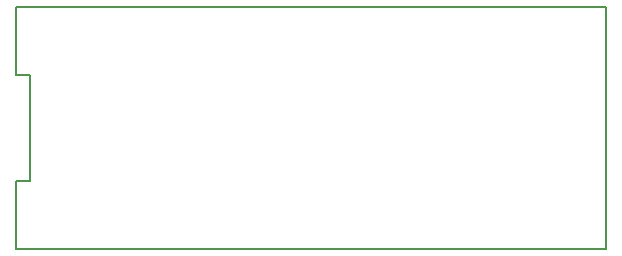
<source format=gm1>
G04 #@! TF.GenerationSoftware,KiCad,Pcbnew,5.1.4+dfsg1-1*
G04 #@! TF.CreationDate,2020-04-13T21:52:35+02:00*
G04 #@! TF.ProjectId,OtterIron_PRO_Top,4f747465-7249-4726-9f6e-5f50524f5f54,rev?*
G04 #@! TF.SameCoordinates,Original*
G04 #@! TF.FileFunction,Profile,NP*
%FSLAX46Y46*%
G04 Gerber Fmt 4.6, Leading zero omitted, Abs format (unit mm)*
G04 Created by KiCad (PCBNEW 5.1.4+dfsg1-1) date 2020-04-13 21:52:35*
%MOMM*%
%LPD*%
G04 APERTURE LIST*
%ADD10C,0.150000*%
G04 APERTURE END LIST*
D10*
X50000000Y-105500000D02*
X50000000Y-99750000D01*
X51250000Y-105500000D02*
X50000000Y-105500000D01*
X51250000Y-114500000D02*
X51250000Y-105500000D01*
X50000000Y-114500000D02*
X51250000Y-114500000D01*
X50000000Y-99750000D02*
X100000000Y-99750000D01*
X100000000Y-120250000D02*
X100000000Y-99750000D01*
X50000000Y-120250000D02*
X100000000Y-120250000D01*
X50000000Y-114500000D02*
X50000000Y-120250000D01*
M02*

</source>
